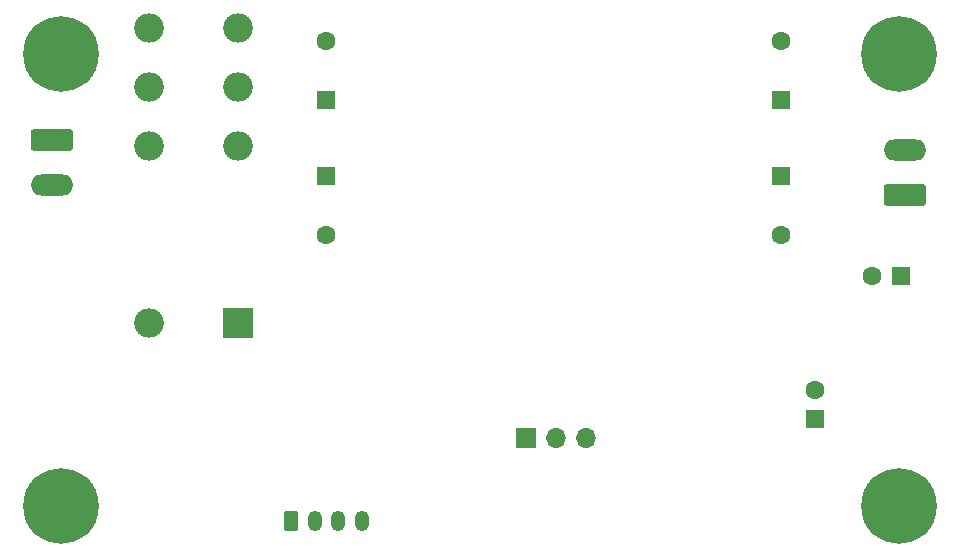
<source format=gbr>
%TF.GenerationSoftware,KiCad,Pcbnew,7.0.1*%
%TF.CreationDate,2024-03-26T16:50:52+03:00*%
%TF.ProjectId,Pelt,50656c74-2e6b-4696-9361-645f70636258,rev?*%
%TF.SameCoordinates,Original*%
%TF.FileFunction,Soldermask,Bot*%
%TF.FilePolarity,Negative*%
%FSLAX46Y46*%
G04 Gerber Fmt 4.6, Leading zero omitted, Abs format (unit mm)*
G04 Created by KiCad (PCBNEW 7.0.1) date 2024-03-26 16:50:52*
%MOMM*%
%LPD*%
G01*
G04 APERTURE LIST*
G04 Aperture macros list*
%AMRoundRect*
0 Rectangle with rounded corners*
0 $1 Rounding radius*
0 $2 $3 $4 $5 $6 $7 $8 $9 X,Y pos of 4 corners*
0 Add a 4 corners polygon primitive as box body*
4,1,4,$2,$3,$4,$5,$6,$7,$8,$9,$2,$3,0*
0 Add four circle primitives for the rounded corners*
1,1,$1+$1,$2,$3*
1,1,$1+$1,$4,$5*
1,1,$1+$1,$6,$7*
1,1,$1+$1,$8,$9*
0 Add four rect primitives between the rounded corners*
20,1,$1+$1,$2,$3,$4,$5,0*
20,1,$1+$1,$4,$5,$6,$7,0*
20,1,$1+$1,$6,$7,$8,$9,0*
20,1,$1+$1,$8,$9,$2,$3,0*%
G04 Aperture macros list end*
%ADD10RoundRect,0.250000X-0.350000X-0.625000X0.350000X-0.625000X0.350000X0.625000X-0.350000X0.625000X0*%
%ADD11O,1.200000X1.750000*%
%ADD12C,6.400000*%
%ADD13RoundRect,0.250000X-1.550000X0.650000X-1.550000X-0.650000X1.550000X-0.650000X1.550000X0.650000X0*%
%ADD14O,3.600000X1.800000*%
%ADD15R,2.500000X2.500000*%
%ADD16O,2.500000X2.500000*%
%ADD17R,1.600000X1.600000*%
%ADD18C,1.600000*%
%ADD19R,1.700000X1.700000*%
%ADD20O,1.700000X1.700000*%
%ADD21RoundRect,0.250000X1.550000X-0.650000X1.550000X0.650000X-1.550000X0.650000X-1.550000X-0.650000X0*%
G04 APERTURE END LIST*
D10*
%TO.C,J3*%
X129500000Y-83500000D03*
D11*
X131500000Y-83500000D03*
X133500000Y-83500000D03*
X135500000Y-83500000D03*
%TD*%
D12*
%TO.C,REF\u002A\u002A*%
X181000000Y-82250000D03*
%TD*%
D13*
%TO.C,J4*%
X109257500Y-51227500D03*
D14*
X109257500Y-55037500D03*
%TD*%
D15*
%TO.C,K1*%
X125000000Y-66750000D03*
D16*
X125000000Y-51750000D03*
X125000000Y-46750000D03*
X125000000Y-41750000D03*
X117500000Y-41750000D03*
X117500000Y-46750000D03*
X117500000Y-51750000D03*
X117500000Y-66750000D03*
%TD*%
D12*
%TO.C,REF\u002A\u002A*%
X110000000Y-82250000D03*
%TD*%
D17*
%TO.C,C1*%
X173882214Y-74932380D03*
D18*
X173882214Y-72432380D03*
%TD*%
D17*
%TO.C,C12*%
X132500000Y-47902651D03*
D18*
X132500000Y-42902651D03*
%TD*%
D17*
%TO.C,C11*%
X132500000Y-54347349D03*
D18*
X132500000Y-59347349D03*
%TD*%
D17*
%TO.C,C1*%
X181182379Y-62750000D03*
D18*
X178682379Y-62750000D03*
%TD*%
D19*
%TO.C,J2*%
X149425000Y-76500000D03*
D20*
X151965000Y-76500000D03*
X154505000Y-76500000D03*
%TD*%
D12*
%TO.C,REF\u002A\u002A*%
X110000000Y-44000000D03*
%TD*%
%TO.C,REF\u002A\u002A*%
X181000000Y-44000000D03*
%TD*%
D17*
%TO.C,C5*%
X171000000Y-47902651D03*
D18*
X171000000Y-42902651D03*
%TD*%
D21*
%TO.C,J1*%
X181492500Y-55922500D03*
D14*
X181492500Y-52112500D03*
%TD*%
D17*
%TO.C,C6*%
X171000000Y-54347349D03*
D18*
X171000000Y-59347349D03*
%TD*%
M02*

</source>
